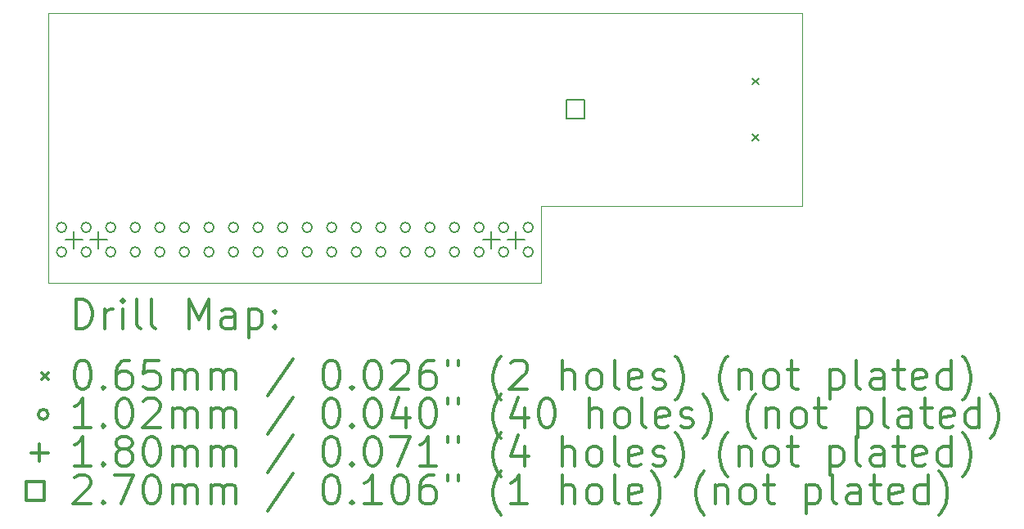
<source format=gbr>
%FSLAX45Y45*%
G04 Gerber Fmt 4.5, Leading zero omitted, Abs format (unit mm)*
G04 Created by KiCad (PCBNEW (5.1.5)-3) date 2021-11-13 16:06:57*
%MOMM*%
%LPD*%
G04 APERTURE LIST*
%TA.AperFunction,Profile*%
%ADD10C,0.050000*%
%TD*%
%ADD11C,0.200000*%
%ADD12C,0.300000*%
G04 APERTURE END LIST*
D10*
X5100000Y0D02*
X5100000Y100000D01*
X0Y0D02*
X5100000Y0D01*
X0Y100000D02*
X0Y0D01*
X0Y2800000D02*
X0Y100000D01*
X7800000Y2800000D02*
X0Y2800000D01*
X7800000Y800000D02*
X7800000Y2800000D01*
X5100000Y800000D02*
X7800000Y800000D01*
X5100000Y100000D02*
X5100000Y800000D01*
D11*
X7282500Y2121500D02*
X7347500Y2056500D01*
X7347500Y2121500D02*
X7282500Y2056500D01*
X7282500Y1543500D02*
X7347500Y1478500D01*
X7347500Y1543500D02*
X7282500Y1478500D01*
X188000Y577000D02*
G75*
G03X188000Y577000I-51000J0D01*
G01*
X188000Y323000D02*
G75*
G03X188000Y323000I-51000J0D01*
G01*
X442000Y577000D02*
G75*
G03X442000Y577000I-51000J0D01*
G01*
X442000Y323000D02*
G75*
G03X442000Y323000I-51000J0D01*
G01*
X696000Y577000D02*
G75*
G03X696000Y577000I-51000J0D01*
G01*
X696000Y323000D02*
G75*
G03X696000Y323000I-51000J0D01*
G01*
X950000Y577000D02*
G75*
G03X950000Y577000I-51000J0D01*
G01*
X950000Y323000D02*
G75*
G03X950000Y323000I-51000J0D01*
G01*
X1204000Y577000D02*
G75*
G03X1204000Y577000I-51000J0D01*
G01*
X1204000Y323000D02*
G75*
G03X1204000Y323000I-51000J0D01*
G01*
X1458000Y577000D02*
G75*
G03X1458000Y577000I-51000J0D01*
G01*
X1458000Y323000D02*
G75*
G03X1458000Y323000I-51000J0D01*
G01*
X1712000Y577000D02*
G75*
G03X1712000Y577000I-51000J0D01*
G01*
X1712000Y323000D02*
G75*
G03X1712000Y323000I-51000J0D01*
G01*
X1966000Y577000D02*
G75*
G03X1966000Y577000I-51000J0D01*
G01*
X1966000Y323000D02*
G75*
G03X1966000Y323000I-51000J0D01*
G01*
X2220000Y577000D02*
G75*
G03X2220000Y577000I-51000J0D01*
G01*
X2220000Y323000D02*
G75*
G03X2220000Y323000I-51000J0D01*
G01*
X2474000Y577000D02*
G75*
G03X2474000Y577000I-51000J0D01*
G01*
X2474000Y323000D02*
G75*
G03X2474000Y323000I-51000J0D01*
G01*
X2728000Y577000D02*
G75*
G03X2728000Y577000I-51000J0D01*
G01*
X2728000Y323000D02*
G75*
G03X2728000Y323000I-51000J0D01*
G01*
X2982000Y577000D02*
G75*
G03X2982000Y577000I-51000J0D01*
G01*
X2982000Y323000D02*
G75*
G03X2982000Y323000I-51000J0D01*
G01*
X3236000Y577000D02*
G75*
G03X3236000Y577000I-51000J0D01*
G01*
X3236000Y323000D02*
G75*
G03X3236000Y323000I-51000J0D01*
G01*
X3490000Y577000D02*
G75*
G03X3490000Y577000I-51000J0D01*
G01*
X3490000Y323000D02*
G75*
G03X3490000Y323000I-51000J0D01*
G01*
X3744000Y577000D02*
G75*
G03X3744000Y577000I-51000J0D01*
G01*
X3744000Y323000D02*
G75*
G03X3744000Y323000I-51000J0D01*
G01*
X3998000Y577000D02*
G75*
G03X3998000Y577000I-51000J0D01*
G01*
X3998000Y323000D02*
G75*
G03X3998000Y323000I-51000J0D01*
G01*
X4252000Y577000D02*
G75*
G03X4252000Y577000I-51000J0D01*
G01*
X4252000Y323000D02*
G75*
G03X4252000Y323000I-51000J0D01*
G01*
X4506000Y577000D02*
G75*
G03X4506000Y577000I-51000J0D01*
G01*
X4506000Y323000D02*
G75*
G03X4506000Y323000I-51000J0D01*
G01*
X4760000Y577000D02*
G75*
G03X4760000Y577000I-51000J0D01*
G01*
X4760000Y323000D02*
G75*
G03X4760000Y323000I-51000J0D01*
G01*
X5014000Y577000D02*
G75*
G03X5014000Y577000I-51000J0D01*
G01*
X5014000Y323000D02*
G75*
G03X5014000Y323000I-51000J0D01*
G01*
X264000Y540000D02*
X264000Y360000D01*
X174000Y450000D02*
X354000Y450000D01*
X4836000Y540000D02*
X4836000Y360000D01*
X4746000Y450000D02*
X4926000Y450000D01*
X4582000Y540000D02*
X4582000Y360000D01*
X4492000Y450000D02*
X4672000Y450000D01*
X518000Y540000D02*
X518000Y360000D01*
X428000Y450000D02*
X608000Y450000D01*
X5545460Y1704540D02*
X5545460Y1895460D01*
X5354540Y1895460D01*
X5354540Y1704540D01*
X5545460Y1704540D01*
D12*
X283928Y-468214D02*
X283928Y-168214D01*
X355357Y-168214D01*
X398214Y-182500D01*
X426786Y-211071D01*
X441071Y-239643D01*
X455357Y-296786D01*
X455357Y-339643D01*
X441071Y-396786D01*
X426786Y-425357D01*
X398214Y-453929D01*
X355357Y-468214D01*
X283928Y-468214D01*
X583928Y-468214D02*
X583928Y-268214D01*
X583928Y-325357D02*
X598214Y-296786D01*
X612500Y-282500D01*
X641071Y-268214D01*
X669643Y-268214D01*
X769643Y-468214D02*
X769643Y-268214D01*
X769643Y-168214D02*
X755357Y-182500D01*
X769643Y-196786D01*
X783928Y-182500D01*
X769643Y-168214D01*
X769643Y-196786D01*
X955357Y-468214D02*
X926786Y-453929D01*
X912500Y-425357D01*
X912500Y-168214D01*
X1112500Y-468214D02*
X1083928Y-453929D01*
X1069643Y-425357D01*
X1069643Y-168214D01*
X1455357Y-468214D02*
X1455357Y-168214D01*
X1555357Y-382500D01*
X1655357Y-168214D01*
X1655357Y-468214D01*
X1926786Y-468214D02*
X1926786Y-311072D01*
X1912500Y-282500D01*
X1883928Y-268214D01*
X1826786Y-268214D01*
X1798214Y-282500D01*
X1926786Y-453929D02*
X1898214Y-468214D01*
X1826786Y-468214D01*
X1798214Y-453929D01*
X1783928Y-425357D01*
X1783928Y-396786D01*
X1798214Y-368214D01*
X1826786Y-353929D01*
X1898214Y-353929D01*
X1926786Y-339643D01*
X2069643Y-268214D02*
X2069643Y-568214D01*
X2069643Y-282500D02*
X2098214Y-268214D01*
X2155357Y-268214D01*
X2183928Y-282500D01*
X2198214Y-296786D01*
X2212500Y-325357D01*
X2212500Y-411071D01*
X2198214Y-439643D01*
X2183928Y-453929D01*
X2155357Y-468214D01*
X2098214Y-468214D01*
X2069643Y-453929D01*
X2341071Y-439643D02*
X2355357Y-453929D01*
X2341071Y-468214D01*
X2326786Y-453929D01*
X2341071Y-439643D01*
X2341071Y-468214D01*
X2341071Y-282500D02*
X2355357Y-296786D01*
X2341071Y-311072D01*
X2326786Y-296786D01*
X2341071Y-282500D01*
X2341071Y-311072D01*
X-67500Y-930000D02*
X-2500Y-995000D01*
X-2500Y-930000D02*
X-67500Y-995000D01*
X341071Y-798214D02*
X369643Y-798214D01*
X398214Y-812500D01*
X412500Y-826786D01*
X426786Y-855357D01*
X441071Y-912500D01*
X441071Y-983929D01*
X426786Y-1041071D01*
X412500Y-1069643D01*
X398214Y-1083929D01*
X369643Y-1098214D01*
X341071Y-1098214D01*
X312500Y-1083929D01*
X298214Y-1069643D01*
X283928Y-1041071D01*
X269643Y-983929D01*
X269643Y-912500D01*
X283928Y-855357D01*
X298214Y-826786D01*
X312500Y-812500D01*
X341071Y-798214D01*
X569643Y-1069643D02*
X583928Y-1083929D01*
X569643Y-1098214D01*
X555357Y-1083929D01*
X569643Y-1069643D01*
X569643Y-1098214D01*
X841071Y-798214D02*
X783928Y-798214D01*
X755357Y-812500D01*
X741071Y-826786D01*
X712500Y-869643D01*
X698214Y-926786D01*
X698214Y-1041071D01*
X712500Y-1069643D01*
X726786Y-1083929D01*
X755357Y-1098214D01*
X812500Y-1098214D01*
X841071Y-1083929D01*
X855357Y-1069643D01*
X869643Y-1041071D01*
X869643Y-969643D01*
X855357Y-941071D01*
X841071Y-926786D01*
X812500Y-912500D01*
X755357Y-912500D01*
X726786Y-926786D01*
X712500Y-941071D01*
X698214Y-969643D01*
X1141071Y-798214D02*
X998214Y-798214D01*
X983928Y-941071D01*
X998214Y-926786D01*
X1026786Y-912500D01*
X1098214Y-912500D01*
X1126786Y-926786D01*
X1141071Y-941071D01*
X1155357Y-969643D01*
X1155357Y-1041071D01*
X1141071Y-1069643D01*
X1126786Y-1083929D01*
X1098214Y-1098214D01*
X1026786Y-1098214D01*
X998214Y-1083929D01*
X983928Y-1069643D01*
X1283928Y-1098214D02*
X1283928Y-898214D01*
X1283928Y-926786D02*
X1298214Y-912500D01*
X1326786Y-898214D01*
X1369643Y-898214D01*
X1398214Y-912500D01*
X1412500Y-941071D01*
X1412500Y-1098214D01*
X1412500Y-941071D02*
X1426786Y-912500D01*
X1455357Y-898214D01*
X1498214Y-898214D01*
X1526786Y-912500D01*
X1541071Y-941071D01*
X1541071Y-1098214D01*
X1683928Y-1098214D02*
X1683928Y-898214D01*
X1683928Y-926786D02*
X1698214Y-912500D01*
X1726786Y-898214D01*
X1769643Y-898214D01*
X1798214Y-912500D01*
X1812500Y-941071D01*
X1812500Y-1098214D01*
X1812500Y-941071D02*
X1826786Y-912500D01*
X1855357Y-898214D01*
X1898214Y-898214D01*
X1926786Y-912500D01*
X1941071Y-941071D01*
X1941071Y-1098214D01*
X2526786Y-783929D02*
X2269643Y-1169643D01*
X2912500Y-798214D02*
X2941071Y-798214D01*
X2969643Y-812500D01*
X2983928Y-826786D01*
X2998214Y-855357D01*
X3012500Y-912500D01*
X3012500Y-983929D01*
X2998214Y-1041071D01*
X2983928Y-1069643D01*
X2969643Y-1083929D01*
X2941071Y-1098214D01*
X2912500Y-1098214D01*
X2883928Y-1083929D01*
X2869643Y-1069643D01*
X2855357Y-1041071D01*
X2841071Y-983929D01*
X2841071Y-912500D01*
X2855357Y-855357D01*
X2869643Y-826786D01*
X2883928Y-812500D01*
X2912500Y-798214D01*
X3141071Y-1069643D02*
X3155357Y-1083929D01*
X3141071Y-1098214D01*
X3126786Y-1083929D01*
X3141071Y-1069643D01*
X3141071Y-1098214D01*
X3341071Y-798214D02*
X3369643Y-798214D01*
X3398214Y-812500D01*
X3412500Y-826786D01*
X3426786Y-855357D01*
X3441071Y-912500D01*
X3441071Y-983929D01*
X3426786Y-1041071D01*
X3412500Y-1069643D01*
X3398214Y-1083929D01*
X3369643Y-1098214D01*
X3341071Y-1098214D01*
X3312500Y-1083929D01*
X3298214Y-1069643D01*
X3283928Y-1041071D01*
X3269643Y-983929D01*
X3269643Y-912500D01*
X3283928Y-855357D01*
X3298214Y-826786D01*
X3312500Y-812500D01*
X3341071Y-798214D01*
X3555357Y-826786D02*
X3569643Y-812500D01*
X3598214Y-798214D01*
X3669643Y-798214D01*
X3698214Y-812500D01*
X3712500Y-826786D01*
X3726786Y-855357D01*
X3726786Y-883929D01*
X3712500Y-926786D01*
X3541071Y-1098214D01*
X3726786Y-1098214D01*
X3983928Y-798214D02*
X3926786Y-798214D01*
X3898214Y-812500D01*
X3883928Y-826786D01*
X3855357Y-869643D01*
X3841071Y-926786D01*
X3841071Y-1041071D01*
X3855357Y-1069643D01*
X3869643Y-1083929D01*
X3898214Y-1098214D01*
X3955357Y-1098214D01*
X3983928Y-1083929D01*
X3998214Y-1069643D01*
X4012500Y-1041071D01*
X4012500Y-969643D01*
X3998214Y-941071D01*
X3983928Y-926786D01*
X3955357Y-912500D01*
X3898214Y-912500D01*
X3869643Y-926786D01*
X3855357Y-941071D01*
X3841071Y-969643D01*
X4126786Y-798214D02*
X4126786Y-855357D01*
X4241071Y-798214D02*
X4241071Y-855357D01*
X4683928Y-1212500D02*
X4669643Y-1198214D01*
X4641071Y-1155357D01*
X4626786Y-1126786D01*
X4612500Y-1083929D01*
X4598214Y-1012500D01*
X4598214Y-955357D01*
X4612500Y-883929D01*
X4626786Y-841071D01*
X4641071Y-812500D01*
X4669643Y-769643D01*
X4683928Y-755357D01*
X4783928Y-826786D02*
X4798214Y-812500D01*
X4826786Y-798214D01*
X4898214Y-798214D01*
X4926786Y-812500D01*
X4941071Y-826786D01*
X4955357Y-855357D01*
X4955357Y-883929D01*
X4941071Y-926786D01*
X4769643Y-1098214D01*
X4955357Y-1098214D01*
X5312500Y-1098214D02*
X5312500Y-798214D01*
X5441071Y-1098214D02*
X5441071Y-941071D01*
X5426786Y-912500D01*
X5398214Y-898214D01*
X5355357Y-898214D01*
X5326786Y-912500D01*
X5312500Y-926786D01*
X5626786Y-1098214D02*
X5598214Y-1083929D01*
X5583928Y-1069643D01*
X5569643Y-1041071D01*
X5569643Y-955357D01*
X5583928Y-926786D01*
X5598214Y-912500D01*
X5626786Y-898214D01*
X5669643Y-898214D01*
X5698214Y-912500D01*
X5712500Y-926786D01*
X5726786Y-955357D01*
X5726786Y-1041071D01*
X5712500Y-1069643D01*
X5698214Y-1083929D01*
X5669643Y-1098214D01*
X5626786Y-1098214D01*
X5898214Y-1098214D02*
X5869643Y-1083929D01*
X5855357Y-1055357D01*
X5855357Y-798214D01*
X6126786Y-1083929D02*
X6098214Y-1098214D01*
X6041071Y-1098214D01*
X6012500Y-1083929D01*
X5998214Y-1055357D01*
X5998214Y-941071D01*
X6012500Y-912500D01*
X6041071Y-898214D01*
X6098214Y-898214D01*
X6126786Y-912500D01*
X6141071Y-941071D01*
X6141071Y-969643D01*
X5998214Y-998214D01*
X6255357Y-1083929D02*
X6283928Y-1098214D01*
X6341071Y-1098214D01*
X6369643Y-1083929D01*
X6383928Y-1055357D01*
X6383928Y-1041071D01*
X6369643Y-1012500D01*
X6341071Y-998214D01*
X6298214Y-998214D01*
X6269643Y-983929D01*
X6255357Y-955357D01*
X6255357Y-941071D01*
X6269643Y-912500D01*
X6298214Y-898214D01*
X6341071Y-898214D01*
X6369643Y-912500D01*
X6483928Y-1212500D02*
X6498214Y-1198214D01*
X6526786Y-1155357D01*
X6541071Y-1126786D01*
X6555357Y-1083929D01*
X6569643Y-1012500D01*
X6569643Y-955357D01*
X6555357Y-883929D01*
X6541071Y-841071D01*
X6526786Y-812500D01*
X6498214Y-769643D01*
X6483928Y-755357D01*
X7026786Y-1212500D02*
X7012500Y-1198214D01*
X6983928Y-1155357D01*
X6969643Y-1126786D01*
X6955357Y-1083929D01*
X6941071Y-1012500D01*
X6941071Y-955357D01*
X6955357Y-883929D01*
X6969643Y-841071D01*
X6983928Y-812500D01*
X7012500Y-769643D01*
X7026786Y-755357D01*
X7141071Y-898214D02*
X7141071Y-1098214D01*
X7141071Y-926786D02*
X7155357Y-912500D01*
X7183928Y-898214D01*
X7226786Y-898214D01*
X7255357Y-912500D01*
X7269643Y-941071D01*
X7269643Y-1098214D01*
X7455357Y-1098214D02*
X7426786Y-1083929D01*
X7412500Y-1069643D01*
X7398214Y-1041071D01*
X7398214Y-955357D01*
X7412500Y-926786D01*
X7426786Y-912500D01*
X7455357Y-898214D01*
X7498214Y-898214D01*
X7526786Y-912500D01*
X7541071Y-926786D01*
X7555357Y-955357D01*
X7555357Y-1041071D01*
X7541071Y-1069643D01*
X7526786Y-1083929D01*
X7498214Y-1098214D01*
X7455357Y-1098214D01*
X7641071Y-898214D02*
X7755357Y-898214D01*
X7683928Y-798214D02*
X7683928Y-1055357D01*
X7698214Y-1083929D01*
X7726786Y-1098214D01*
X7755357Y-1098214D01*
X8083928Y-898214D02*
X8083928Y-1198214D01*
X8083928Y-912500D02*
X8112500Y-898214D01*
X8169643Y-898214D01*
X8198214Y-912500D01*
X8212500Y-926786D01*
X8226786Y-955357D01*
X8226786Y-1041071D01*
X8212500Y-1069643D01*
X8198214Y-1083929D01*
X8169643Y-1098214D01*
X8112500Y-1098214D01*
X8083928Y-1083929D01*
X8398214Y-1098214D02*
X8369643Y-1083929D01*
X8355357Y-1055357D01*
X8355357Y-798214D01*
X8641071Y-1098214D02*
X8641071Y-941071D01*
X8626786Y-912500D01*
X8598214Y-898214D01*
X8541071Y-898214D01*
X8512500Y-912500D01*
X8641071Y-1083929D02*
X8612500Y-1098214D01*
X8541071Y-1098214D01*
X8512500Y-1083929D01*
X8498214Y-1055357D01*
X8498214Y-1026786D01*
X8512500Y-998214D01*
X8541071Y-983929D01*
X8612500Y-983929D01*
X8641071Y-969643D01*
X8741071Y-898214D02*
X8855357Y-898214D01*
X8783928Y-798214D02*
X8783928Y-1055357D01*
X8798214Y-1083929D01*
X8826786Y-1098214D01*
X8855357Y-1098214D01*
X9069643Y-1083929D02*
X9041071Y-1098214D01*
X8983928Y-1098214D01*
X8955357Y-1083929D01*
X8941071Y-1055357D01*
X8941071Y-941071D01*
X8955357Y-912500D01*
X8983928Y-898214D01*
X9041071Y-898214D01*
X9069643Y-912500D01*
X9083928Y-941071D01*
X9083928Y-969643D01*
X8941071Y-998214D01*
X9341071Y-1098214D02*
X9341071Y-798214D01*
X9341071Y-1083929D02*
X9312500Y-1098214D01*
X9255357Y-1098214D01*
X9226786Y-1083929D01*
X9212500Y-1069643D01*
X9198214Y-1041071D01*
X9198214Y-955357D01*
X9212500Y-926786D01*
X9226786Y-912500D01*
X9255357Y-898214D01*
X9312500Y-898214D01*
X9341071Y-912500D01*
X9455357Y-1212500D02*
X9469643Y-1198214D01*
X9498214Y-1155357D01*
X9512500Y-1126786D01*
X9526786Y-1083929D01*
X9541071Y-1012500D01*
X9541071Y-955357D01*
X9526786Y-883929D01*
X9512500Y-841071D01*
X9498214Y-812500D01*
X9469643Y-769643D01*
X9455357Y-755357D01*
X-2500Y-1358500D02*
G75*
G03X-2500Y-1358500I-51000J0D01*
G01*
X441071Y-1494214D02*
X269643Y-1494214D01*
X355357Y-1494214D02*
X355357Y-1194214D01*
X326786Y-1237072D01*
X298214Y-1265643D01*
X269643Y-1279929D01*
X569643Y-1465643D02*
X583928Y-1479929D01*
X569643Y-1494214D01*
X555357Y-1479929D01*
X569643Y-1465643D01*
X569643Y-1494214D01*
X769643Y-1194214D02*
X798214Y-1194214D01*
X826786Y-1208500D01*
X841071Y-1222786D01*
X855357Y-1251357D01*
X869643Y-1308500D01*
X869643Y-1379929D01*
X855357Y-1437071D01*
X841071Y-1465643D01*
X826786Y-1479929D01*
X798214Y-1494214D01*
X769643Y-1494214D01*
X741071Y-1479929D01*
X726786Y-1465643D01*
X712500Y-1437071D01*
X698214Y-1379929D01*
X698214Y-1308500D01*
X712500Y-1251357D01*
X726786Y-1222786D01*
X741071Y-1208500D01*
X769643Y-1194214D01*
X983928Y-1222786D02*
X998214Y-1208500D01*
X1026786Y-1194214D01*
X1098214Y-1194214D01*
X1126786Y-1208500D01*
X1141071Y-1222786D01*
X1155357Y-1251357D01*
X1155357Y-1279929D01*
X1141071Y-1322786D01*
X969643Y-1494214D01*
X1155357Y-1494214D01*
X1283928Y-1494214D02*
X1283928Y-1294214D01*
X1283928Y-1322786D02*
X1298214Y-1308500D01*
X1326786Y-1294214D01*
X1369643Y-1294214D01*
X1398214Y-1308500D01*
X1412500Y-1337072D01*
X1412500Y-1494214D01*
X1412500Y-1337072D02*
X1426786Y-1308500D01*
X1455357Y-1294214D01*
X1498214Y-1294214D01*
X1526786Y-1308500D01*
X1541071Y-1337072D01*
X1541071Y-1494214D01*
X1683928Y-1494214D02*
X1683928Y-1294214D01*
X1683928Y-1322786D02*
X1698214Y-1308500D01*
X1726786Y-1294214D01*
X1769643Y-1294214D01*
X1798214Y-1308500D01*
X1812500Y-1337072D01*
X1812500Y-1494214D01*
X1812500Y-1337072D02*
X1826786Y-1308500D01*
X1855357Y-1294214D01*
X1898214Y-1294214D01*
X1926786Y-1308500D01*
X1941071Y-1337072D01*
X1941071Y-1494214D01*
X2526786Y-1179929D02*
X2269643Y-1565643D01*
X2912500Y-1194214D02*
X2941071Y-1194214D01*
X2969643Y-1208500D01*
X2983928Y-1222786D01*
X2998214Y-1251357D01*
X3012500Y-1308500D01*
X3012500Y-1379929D01*
X2998214Y-1437071D01*
X2983928Y-1465643D01*
X2969643Y-1479929D01*
X2941071Y-1494214D01*
X2912500Y-1494214D01*
X2883928Y-1479929D01*
X2869643Y-1465643D01*
X2855357Y-1437071D01*
X2841071Y-1379929D01*
X2841071Y-1308500D01*
X2855357Y-1251357D01*
X2869643Y-1222786D01*
X2883928Y-1208500D01*
X2912500Y-1194214D01*
X3141071Y-1465643D02*
X3155357Y-1479929D01*
X3141071Y-1494214D01*
X3126786Y-1479929D01*
X3141071Y-1465643D01*
X3141071Y-1494214D01*
X3341071Y-1194214D02*
X3369643Y-1194214D01*
X3398214Y-1208500D01*
X3412500Y-1222786D01*
X3426786Y-1251357D01*
X3441071Y-1308500D01*
X3441071Y-1379929D01*
X3426786Y-1437071D01*
X3412500Y-1465643D01*
X3398214Y-1479929D01*
X3369643Y-1494214D01*
X3341071Y-1494214D01*
X3312500Y-1479929D01*
X3298214Y-1465643D01*
X3283928Y-1437071D01*
X3269643Y-1379929D01*
X3269643Y-1308500D01*
X3283928Y-1251357D01*
X3298214Y-1222786D01*
X3312500Y-1208500D01*
X3341071Y-1194214D01*
X3698214Y-1294214D02*
X3698214Y-1494214D01*
X3626786Y-1179929D02*
X3555357Y-1394214D01*
X3741071Y-1394214D01*
X3912500Y-1194214D02*
X3941071Y-1194214D01*
X3969643Y-1208500D01*
X3983928Y-1222786D01*
X3998214Y-1251357D01*
X4012500Y-1308500D01*
X4012500Y-1379929D01*
X3998214Y-1437071D01*
X3983928Y-1465643D01*
X3969643Y-1479929D01*
X3941071Y-1494214D01*
X3912500Y-1494214D01*
X3883928Y-1479929D01*
X3869643Y-1465643D01*
X3855357Y-1437071D01*
X3841071Y-1379929D01*
X3841071Y-1308500D01*
X3855357Y-1251357D01*
X3869643Y-1222786D01*
X3883928Y-1208500D01*
X3912500Y-1194214D01*
X4126786Y-1194214D02*
X4126786Y-1251357D01*
X4241071Y-1194214D02*
X4241071Y-1251357D01*
X4683928Y-1608500D02*
X4669643Y-1594214D01*
X4641071Y-1551357D01*
X4626786Y-1522786D01*
X4612500Y-1479929D01*
X4598214Y-1408500D01*
X4598214Y-1351357D01*
X4612500Y-1279929D01*
X4626786Y-1237072D01*
X4641071Y-1208500D01*
X4669643Y-1165643D01*
X4683928Y-1151357D01*
X4926786Y-1294214D02*
X4926786Y-1494214D01*
X4855357Y-1179929D02*
X4783928Y-1394214D01*
X4969643Y-1394214D01*
X5141071Y-1194214D02*
X5169643Y-1194214D01*
X5198214Y-1208500D01*
X5212500Y-1222786D01*
X5226786Y-1251357D01*
X5241071Y-1308500D01*
X5241071Y-1379929D01*
X5226786Y-1437071D01*
X5212500Y-1465643D01*
X5198214Y-1479929D01*
X5169643Y-1494214D01*
X5141071Y-1494214D01*
X5112500Y-1479929D01*
X5098214Y-1465643D01*
X5083928Y-1437071D01*
X5069643Y-1379929D01*
X5069643Y-1308500D01*
X5083928Y-1251357D01*
X5098214Y-1222786D01*
X5112500Y-1208500D01*
X5141071Y-1194214D01*
X5598214Y-1494214D02*
X5598214Y-1194214D01*
X5726786Y-1494214D02*
X5726786Y-1337072D01*
X5712500Y-1308500D01*
X5683928Y-1294214D01*
X5641071Y-1294214D01*
X5612500Y-1308500D01*
X5598214Y-1322786D01*
X5912500Y-1494214D02*
X5883928Y-1479929D01*
X5869643Y-1465643D01*
X5855357Y-1437071D01*
X5855357Y-1351357D01*
X5869643Y-1322786D01*
X5883928Y-1308500D01*
X5912500Y-1294214D01*
X5955357Y-1294214D01*
X5983928Y-1308500D01*
X5998214Y-1322786D01*
X6012500Y-1351357D01*
X6012500Y-1437071D01*
X5998214Y-1465643D01*
X5983928Y-1479929D01*
X5955357Y-1494214D01*
X5912500Y-1494214D01*
X6183928Y-1494214D02*
X6155357Y-1479929D01*
X6141071Y-1451357D01*
X6141071Y-1194214D01*
X6412500Y-1479929D02*
X6383928Y-1494214D01*
X6326786Y-1494214D01*
X6298214Y-1479929D01*
X6283928Y-1451357D01*
X6283928Y-1337072D01*
X6298214Y-1308500D01*
X6326786Y-1294214D01*
X6383928Y-1294214D01*
X6412500Y-1308500D01*
X6426786Y-1337072D01*
X6426786Y-1365643D01*
X6283928Y-1394214D01*
X6541071Y-1479929D02*
X6569643Y-1494214D01*
X6626786Y-1494214D01*
X6655357Y-1479929D01*
X6669643Y-1451357D01*
X6669643Y-1437071D01*
X6655357Y-1408500D01*
X6626786Y-1394214D01*
X6583928Y-1394214D01*
X6555357Y-1379929D01*
X6541071Y-1351357D01*
X6541071Y-1337072D01*
X6555357Y-1308500D01*
X6583928Y-1294214D01*
X6626786Y-1294214D01*
X6655357Y-1308500D01*
X6769643Y-1608500D02*
X6783928Y-1594214D01*
X6812500Y-1551357D01*
X6826786Y-1522786D01*
X6841071Y-1479929D01*
X6855357Y-1408500D01*
X6855357Y-1351357D01*
X6841071Y-1279929D01*
X6826786Y-1237072D01*
X6812500Y-1208500D01*
X6783928Y-1165643D01*
X6769643Y-1151357D01*
X7312500Y-1608500D02*
X7298214Y-1594214D01*
X7269643Y-1551357D01*
X7255357Y-1522786D01*
X7241071Y-1479929D01*
X7226786Y-1408500D01*
X7226786Y-1351357D01*
X7241071Y-1279929D01*
X7255357Y-1237072D01*
X7269643Y-1208500D01*
X7298214Y-1165643D01*
X7312500Y-1151357D01*
X7426786Y-1294214D02*
X7426786Y-1494214D01*
X7426786Y-1322786D02*
X7441071Y-1308500D01*
X7469643Y-1294214D01*
X7512500Y-1294214D01*
X7541071Y-1308500D01*
X7555357Y-1337072D01*
X7555357Y-1494214D01*
X7741071Y-1494214D02*
X7712500Y-1479929D01*
X7698214Y-1465643D01*
X7683928Y-1437071D01*
X7683928Y-1351357D01*
X7698214Y-1322786D01*
X7712500Y-1308500D01*
X7741071Y-1294214D01*
X7783928Y-1294214D01*
X7812500Y-1308500D01*
X7826786Y-1322786D01*
X7841071Y-1351357D01*
X7841071Y-1437071D01*
X7826786Y-1465643D01*
X7812500Y-1479929D01*
X7783928Y-1494214D01*
X7741071Y-1494214D01*
X7926786Y-1294214D02*
X8041071Y-1294214D01*
X7969643Y-1194214D02*
X7969643Y-1451357D01*
X7983928Y-1479929D01*
X8012500Y-1494214D01*
X8041071Y-1494214D01*
X8369643Y-1294214D02*
X8369643Y-1594214D01*
X8369643Y-1308500D02*
X8398214Y-1294214D01*
X8455357Y-1294214D01*
X8483928Y-1308500D01*
X8498214Y-1322786D01*
X8512500Y-1351357D01*
X8512500Y-1437071D01*
X8498214Y-1465643D01*
X8483928Y-1479929D01*
X8455357Y-1494214D01*
X8398214Y-1494214D01*
X8369643Y-1479929D01*
X8683928Y-1494214D02*
X8655357Y-1479929D01*
X8641071Y-1451357D01*
X8641071Y-1194214D01*
X8926786Y-1494214D02*
X8926786Y-1337072D01*
X8912500Y-1308500D01*
X8883928Y-1294214D01*
X8826786Y-1294214D01*
X8798214Y-1308500D01*
X8926786Y-1479929D02*
X8898214Y-1494214D01*
X8826786Y-1494214D01*
X8798214Y-1479929D01*
X8783928Y-1451357D01*
X8783928Y-1422786D01*
X8798214Y-1394214D01*
X8826786Y-1379929D01*
X8898214Y-1379929D01*
X8926786Y-1365643D01*
X9026786Y-1294214D02*
X9141071Y-1294214D01*
X9069643Y-1194214D02*
X9069643Y-1451357D01*
X9083928Y-1479929D01*
X9112500Y-1494214D01*
X9141071Y-1494214D01*
X9355357Y-1479929D02*
X9326786Y-1494214D01*
X9269643Y-1494214D01*
X9241071Y-1479929D01*
X9226786Y-1451357D01*
X9226786Y-1337072D01*
X9241071Y-1308500D01*
X9269643Y-1294214D01*
X9326786Y-1294214D01*
X9355357Y-1308500D01*
X9369643Y-1337072D01*
X9369643Y-1365643D01*
X9226786Y-1394214D01*
X9626786Y-1494214D02*
X9626786Y-1194214D01*
X9626786Y-1479929D02*
X9598214Y-1494214D01*
X9541071Y-1494214D01*
X9512500Y-1479929D01*
X9498214Y-1465643D01*
X9483928Y-1437071D01*
X9483928Y-1351357D01*
X9498214Y-1322786D01*
X9512500Y-1308500D01*
X9541071Y-1294214D01*
X9598214Y-1294214D01*
X9626786Y-1308500D01*
X9741071Y-1608500D02*
X9755357Y-1594214D01*
X9783928Y-1551357D01*
X9798214Y-1522786D01*
X9812500Y-1479929D01*
X9826786Y-1408500D01*
X9826786Y-1351357D01*
X9812500Y-1279929D01*
X9798214Y-1237072D01*
X9783928Y-1208500D01*
X9755357Y-1165643D01*
X9741071Y-1151357D01*
X-92500Y-1664500D02*
X-92500Y-1844500D01*
X-182500Y-1754500D02*
X-2500Y-1754500D01*
X441071Y-1890214D02*
X269643Y-1890214D01*
X355357Y-1890214D02*
X355357Y-1590214D01*
X326786Y-1633071D01*
X298214Y-1661643D01*
X269643Y-1675929D01*
X569643Y-1861643D02*
X583928Y-1875929D01*
X569643Y-1890214D01*
X555357Y-1875929D01*
X569643Y-1861643D01*
X569643Y-1890214D01*
X755357Y-1718786D02*
X726786Y-1704500D01*
X712500Y-1690214D01*
X698214Y-1661643D01*
X698214Y-1647357D01*
X712500Y-1618786D01*
X726786Y-1604500D01*
X755357Y-1590214D01*
X812500Y-1590214D01*
X841071Y-1604500D01*
X855357Y-1618786D01*
X869643Y-1647357D01*
X869643Y-1661643D01*
X855357Y-1690214D01*
X841071Y-1704500D01*
X812500Y-1718786D01*
X755357Y-1718786D01*
X726786Y-1733071D01*
X712500Y-1747357D01*
X698214Y-1775929D01*
X698214Y-1833071D01*
X712500Y-1861643D01*
X726786Y-1875929D01*
X755357Y-1890214D01*
X812500Y-1890214D01*
X841071Y-1875929D01*
X855357Y-1861643D01*
X869643Y-1833071D01*
X869643Y-1775929D01*
X855357Y-1747357D01*
X841071Y-1733071D01*
X812500Y-1718786D01*
X1055357Y-1590214D02*
X1083928Y-1590214D01*
X1112500Y-1604500D01*
X1126786Y-1618786D01*
X1141071Y-1647357D01*
X1155357Y-1704500D01*
X1155357Y-1775929D01*
X1141071Y-1833071D01*
X1126786Y-1861643D01*
X1112500Y-1875929D01*
X1083928Y-1890214D01*
X1055357Y-1890214D01*
X1026786Y-1875929D01*
X1012500Y-1861643D01*
X998214Y-1833071D01*
X983928Y-1775929D01*
X983928Y-1704500D01*
X998214Y-1647357D01*
X1012500Y-1618786D01*
X1026786Y-1604500D01*
X1055357Y-1590214D01*
X1283928Y-1890214D02*
X1283928Y-1690214D01*
X1283928Y-1718786D02*
X1298214Y-1704500D01*
X1326786Y-1690214D01*
X1369643Y-1690214D01*
X1398214Y-1704500D01*
X1412500Y-1733071D01*
X1412500Y-1890214D01*
X1412500Y-1733071D02*
X1426786Y-1704500D01*
X1455357Y-1690214D01*
X1498214Y-1690214D01*
X1526786Y-1704500D01*
X1541071Y-1733071D01*
X1541071Y-1890214D01*
X1683928Y-1890214D02*
X1683928Y-1690214D01*
X1683928Y-1718786D02*
X1698214Y-1704500D01*
X1726786Y-1690214D01*
X1769643Y-1690214D01*
X1798214Y-1704500D01*
X1812500Y-1733071D01*
X1812500Y-1890214D01*
X1812500Y-1733071D02*
X1826786Y-1704500D01*
X1855357Y-1690214D01*
X1898214Y-1690214D01*
X1926786Y-1704500D01*
X1941071Y-1733071D01*
X1941071Y-1890214D01*
X2526786Y-1575929D02*
X2269643Y-1961643D01*
X2912500Y-1590214D02*
X2941071Y-1590214D01*
X2969643Y-1604500D01*
X2983928Y-1618786D01*
X2998214Y-1647357D01*
X3012500Y-1704500D01*
X3012500Y-1775929D01*
X2998214Y-1833071D01*
X2983928Y-1861643D01*
X2969643Y-1875929D01*
X2941071Y-1890214D01*
X2912500Y-1890214D01*
X2883928Y-1875929D01*
X2869643Y-1861643D01*
X2855357Y-1833071D01*
X2841071Y-1775929D01*
X2841071Y-1704500D01*
X2855357Y-1647357D01*
X2869643Y-1618786D01*
X2883928Y-1604500D01*
X2912500Y-1590214D01*
X3141071Y-1861643D02*
X3155357Y-1875929D01*
X3141071Y-1890214D01*
X3126786Y-1875929D01*
X3141071Y-1861643D01*
X3141071Y-1890214D01*
X3341071Y-1590214D02*
X3369643Y-1590214D01*
X3398214Y-1604500D01*
X3412500Y-1618786D01*
X3426786Y-1647357D01*
X3441071Y-1704500D01*
X3441071Y-1775929D01*
X3426786Y-1833071D01*
X3412500Y-1861643D01*
X3398214Y-1875929D01*
X3369643Y-1890214D01*
X3341071Y-1890214D01*
X3312500Y-1875929D01*
X3298214Y-1861643D01*
X3283928Y-1833071D01*
X3269643Y-1775929D01*
X3269643Y-1704500D01*
X3283928Y-1647357D01*
X3298214Y-1618786D01*
X3312500Y-1604500D01*
X3341071Y-1590214D01*
X3541071Y-1590214D02*
X3741071Y-1590214D01*
X3612500Y-1890214D01*
X4012500Y-1890214D02*
X3841071Y-1890214D01*
X3926786Y-1890214D02*
X3926786Y-1590214D01*
X3898214Y-1633071D01*
X3869643Y-1661643D01*
X3841071Y-1675929D01*
X4126786Y-1590214D02*
X4126786Y-1647357D01*
X4241071Y-1590214D02*
X4241071Y-1647357D01*
X4683928Y-2004500D02*
X4669643Y-1990214D01*
X4641071Y-1947357D01*
X4626786Y-1918786D01*
X4612500Y-1875929D01*
X4598214Y-1804500D01*
X4598214Y-1747357D01*
X4612500Y-1675929D01*
X4626786Y-1633071D01*
X4641071Y-1604500D01*
X4669643Y-1561643D01*
X4683928Y-1547357D01*
X4926786Y-1690214D02*
X4926786Y-1890214D01*
X4855357Y-1575929D02*
X4783928Y-1790214D01*
X4969643Y-1790214D01*
X5312500Y-1890214D02*
X5312500Y-1590214D01*
X5441071Y-1890214D02*
X5441071Y-1733071D01*
X5426786Y-1704500D01*
X5398214Y-1690214D01*
X5355357Y-1690214D01*
X5326786Y-1704500D01*
X5312500Y-1718786D01*
X5626786Y-1890214D02*
X5598214Y-1875929D01*
X5583928Y-1861643D01*
X5569643Y-1833071D01*
X5569643Y-1747357D01*
X5583928Y-1718786D01*
X5598214Y-1704500D01*
X5626786Y-1690214D01*
X5669643Y-1690214D01*
X5698214Y-1704500D01*
X5712500Y-1718786D01*
X5726786Y-1747357D01*
X5726786Y-1833071D01*
X5712500Y-1861643D01*
X5698214Y-1875929D01*
X5669643Y-1890214D01*
X5626786Y-1890214D01*
X5898214Y-1890214D02*
X5869643Y-1875929D01*
X5855357Y-1847357D01*
X5855357Y-1590214D01*
X6126786Y-1875929D02*
X6098214Y-1890214D01*
X6041071Y-1890214D01*
X6012500Y-1875929D01*
X5998214Y-1847357D01*
X5998214Y-1733071D01*
X6012500Y-1704500D01*
X6041071Y-1690214D01*
X6098214Y-1690214D01*
X6126786Y-1704500D01*
X6141071Y-1733071D01*
X6141071Y-1761643D01*
X5998214Y-1790214D01*
X6255357Y-1875929D02*
X6283928Y-1890214D01*
X6341071Y-1890214D01*
X6369643Y-1875929D01*
X6383928Y-1847357D01*
X6383928Y-1833071D01*
X6369643Y-1804500D01*
X6341071Y-1790214D01*
X6298214Y-1790214D01*
X6269643Y-1775929D01*
X6255357Y-1747357D01*
X6255357Y-1733071D01*
X6269643Y-1704500D01*
X6298214Y-1690214D01*
X6341071Y-1690214D01*
X6369643Y-1704500D01*
X6483928Y-2004500D02*
X6498214Y-1990214D01*
X6526786Y-1947357D01*
X6541071Y-1918786D01*
X6555357Y-1875929D01*
X6569643Y-1804500D01*
X6569643Y-1747357D01*
X6555357Y-1675929D01*
X6541071Y-1633071D01*
X6526786Y-1604500D01*
X6498214Y-1561643D01*
X6483928Y-1547357D01*
X7026786Y-2004500D02*
X7012500Y-1990214D01*
X6983928Y-1947357D01*
X6969643Y-1918786D01*
X6955357Y-1875929D01*
X6941071Y-1804500D01*
X6941071Y-1747357D01*
X6955357Y-1675929D01*
X6969643Y-1633071D01*
X6983928Y-1604500D01*
X7012500Y-1561643D01*
X7026786Y-1547357D01*
X7141071Y-1690214D02*
X7141071Y-1890214D01*
X7141071Y-1718786D02*
X7155357Y-1704500D01*
X7183928Y-1690214D01*
X7226786Y-1690214D01*
X7255357Y-1704500D01*
X7269643Y-1733071D01*
X7269643Y-1890214D01*
X7455357Y-1890214D02*
X7426786Y-1875929D01*
X7412500Y-1861643D01*
X7398214Y-1833071D01*
X7398214Y-1747357D01*
X7412500Y-1718786D01*
X7426786Y-1704500D01*
X7455357Y-1690214D01*
X7498214Y-1690214D01*
X7526786Y-1704500D01*
X7541071Y-1718786D01*
X7555357Y-1747357D01*
X7555357Y-1833071D01*
X7541071Y-1861643D01*
X7526786Y-1875929D01*
X7498214Y-1890214D01*
X7455357Y-1890214D01*
X7641071Y-1690214D02*
X7755357Y-1690214D01*
X7683928Y-1590214D02*
X7683928Y-1847357D01*
X7698214Y-1875929D01*
X7726786Y-1890214D01*
X7755357Y-1890214D01*
X8083928Y-1690214D02*
X8083928Y-1990214D01*
X8083928Y-1704500D02*
X8112500Y-1690214D01*
X8169643Y-1690214D01*
X8198214Y-1704500D01*
X8212500Y-1718786D01*
X8226786Y-1747357D01*
X8226786Y-1833071D01*
X8212500Y-1861643D01*
X8198214Y-1875929D01*
X8169643Y-1890214D01*
X8112500Y-1890214D01*
X8083928Y-1875929D01*
X8398214Y-1890214D02*
X8369643Y-1875929D01*
X8355357Y-1847357D01*
X8355357Y-1590214D01*
X8641071Y-1890214D02*
X8641071Y-1733071D01*
X8626786Y-1704500D01*
X8598214Y-1690214D01*
X8541071Y-1690214D01*
X8512500Y-1704500D01*
X8641071Y-1875929D02*
X8612500Y-1890214D01*
X8541071Y-1890214D01*
X8512500Y-1875929D01*
X8498214Y-1847357D01*
X8498214Y-1818786D01*
X8512500Y-1790214D01*
X8541071Y-1775929D01*
X8612500Y-1775929D01*
X8641071Y-1761643D01*
X8741071Y-1690214D02*
X8855357Y-1690214D01*
X8783928Y-1590214D02*
X8783928Y-1847357D01*
X8798214Y-1875929D01*
X8826786Y-1890214D01*
X8855357Y-1890214D01*
X9069643Y-1875929D02*
X9041071Y-1890214D01*
X8983928Y-1890214D01*
X8955357Y-1875929D01*
X8941071Y-1847357D01*
X8941071Y-1733071D01*
X8955357Y-1704500D01*
X8983928Y-1690214D01*
X9041071Y-1690214D01*
X9069643Y-1704500D01*
X9083928Y-1733071D01*
X9083928Y-1761643D01*
X8941071Y-1790214D01*
X9341071Y-1890214D02*
X9341071Y-1590214D01*
X9341071Y-1875929D02*
X9312500Y-1890214D01*
X9255357Y-1890214D01*
X9226786Y-1875929D01*
X9212500Y-1861643D01*
X9198214Y-1833071D01*
X9198214Y-1747357D01*
X9212500Y-1718786D01*
X9226786Y-1704500D01*
X9255357Y-1690214D01*
X9312500Y-1690214D01*
X9341071Y-1704500D01*
X9455357Y-2004500D02*
X9469643Y-1990214D01*
X9498214Y-1947357D01*
X9512500Y-1918786D01*
X9526786Y-1875929D01*
X9541071Y-1804500D01*
X9541071Y-1747357D01*
X9526786Y-1675929D01*
X9512500Y-1633071D01*
X9498214Y-1604500D01*
X9469643Y-1561643D01*
X9455357Y-1547357D01*
X-42040Y-2245960D02*
X-42040Y-2055040D01*
X-232960Y-2055040D01*
X-232960Y-2245960D01*
X-42040Y-2245960D01*
X269643Y-2014786D02*
X283928Y-2000500D01*
X312500Y-1986214D01*
X383928Y-1986214D01*
X412500Y-2000500D01*
X426786Y-2014786D01*
X441071Y-2043357D01*
X441071Y-2071929D01*
X426786Y-2114786D01*
X255357Y-2286214D01*
X441071Y-2286214D01*
X569643Y-2257643D02*
X583928Y-2271929D01*
X569643Y-2286214D01*
X555357Y-2271929D01*
X569643Y-2257643D01*
X569643Y-2286214D01*
X683928Y-1986214D02*
X883928Y-1986214D01*
X755357Y-2286214D01*
X1055357Y-1986214D02*
X1083928Y-1986214D01*
X1112500Y-2000500D01*
X1126786Y-2014786D01*
X1141071Y-2043357D01*
X1155357Y-2100500D01*
X1155357Y-2171929D01*
X1141071Y-2229072D01*
X1126786Y-2257643D01*
X1112500Y-2271929D01*
X1083928Y-2286214D01*
X1055357Y-2286214D01*
X1026786Y-2271929D01*
X1012500Y-2257643D01*
X998214Y-2229072D01*
X983928Y-2171929D01*
X983928Y-2100500D01*
X998214Y-2043357D01*
X1012500Y-2014786D01*
X1026786Y-2000500D01*
X1055357Y-1986214D01*
X1283928Y-2286214D02*
X1283928Y-2086214D01*
X1283928Y-2114786D02*
X1298214Y-2100500D01*
X1326786Y-2086214D01*
X1369643Y-2086214D01*
X1398214Y-2100500D01*
X1412500Y-2129072D01*
X1412500Y-2286214D01*
X1412500Y-2129072D02*
X1426786Y-2100500D01*
X1455357Y-2086214D01*
X1498214Y-2086214D01*
X1526786Y-2100500D01*
X1541071Y-2129072D01*
X1541071Y-2286214D01*
X1683928Y-2286214D02*
X1683928Y-2086214D01*
X1683928Y-2114786D02*
X1698214Y-2100500D01*
X1726786Y-2086214D01*
X1769643Y-2086214D01*
X1798214Y-2100500D01*
X1812500Y-2129072D01*
X1812500Y-2286214D01*
X1812500Y-2129072D02*
X1826786Y-2100500D01*
X1855357Y-2086214D01*
X1898214Y-2086214D01*
X1926786Y-2100500D01*
X1941071Y-2129072D01*
X1941071Y-2286214D01*
X2526786Y-1971929D02*
X2269643Y-2357643D01*
X2912500Y-1986214D02*
X2941071Y-1986214D01*
X2969643Y-2000500D01*
X2983928Y-2014786D01*
X2998214Y-2043357D01*
X3012500Y-2100500D01*
X3012500Y-2171929D01*
X2998214Y-2229072D01*
X2983928Y-2257643D01*
X2969643Y-2271929D01*
X2941071Y-2286214D01*
X2912500Y-2286214D01*
X2883928Y-2271929D01*
X2869643Y-2257643D01*
X2855357Y-2229072D01*
X2841071Y-2171929D01*
X2841071Y-2100500D01*
X2855357Y-2043357D01*
X2869643Y-2014786D01*
X2883928Y-2000500D01*
X2912500Y-1986214D01*
X3141071Y-2257643D02*
X3155357Y-2271929D01*
X3141071Y-2286214D01*
X3126786Y-2271929D01*
X3141071Y-2257643D01*
X3141071Y-2286214D01*
X3441071Y-2286214D02*
X3269643Y-2286214D01*
X3355357Y-2286214D02*
X3355357Y-1986214D01*
X3326786Y-2029071D01*
X3298214Y-2057643D01*
X3269643Y-2071929D01*
X3626786Y-1986214D02*
X3655357Y-1986214D01*
X3683928Y-2000500D01*
X3698214Y-2014786D01*
X3712500Y-2043357D01*
X3726786Y-2100500D01*
X3726786Y-2171929D01*
X3712500Y-2229072D01*
X3698214Y-2257643D01*
X3683928Y-2271929D01*
X3655357Y-2286214D01*
X3626786Y-2286214D01*
X3598214Y-2271929D01*
X3583928Y-2257643D01*
X3569643Y-2229072D01*
X3555357Y-2171929D01*
X3555357Y-2100500D01*
X3569643Y-2043357D01*
X3583928Y-2014786D01*
X3598214Y-2000500D01*
X3626786Y-1986214D01*
X3983928Y-1986214D02*
X3926786Y-1986214D01*
X3898214Y-2000500D01*
X3883928Y-2014786D01*
X3855357Y-2057643D01*
X3841071Y-2114786D01*
X3841071Y-2229072D01*
X3855357Y-2257643D01*
X3869643Y-2271929D01*
X3898214Y-2286214D01*
X3955357Y-2286214D01*
X3983928Y-2271929D01*
X3998214Y-2257643D01*
X4012500Y-2229072D01*
X4012500Y-2157643D01*
X3998214Y-2129072D01*
X3983928Y-2114786D01*
X3955357Y-2100500D01*
X3898214Y-2100500D01*
X3869643Y-2114786D01*
X3855357Y-2129072D01*
X3841071Y-2157643D01*
X4126786Y-1986214D02*
X4126786Y-2043357D01*
X4241071Y-1986214D02*
X4241071Y-2043357D01*
X4683928Y-2400500D02*
X4669643Y-2386214D01*
X4641071Y-2343357D01*
X4626786Y-2314786D01*
X4612500Y-2271929D01*
X4598214Y-2200500D01*
X4598214Y-2143357D01*
X4612500Y-2071929D01*
X4626786Y-2029071D01*
X4641071Y-2000500D01*
X4669643Y-1957643D01*
X4683928Y-1943357D01*
X4955357Y-2286214D02*
X4783928Y-2286214D01*
X4869643Y-2286214D02*
X4869643Y-1986214D01*
X4841071Y-2029071D01*
X4812500Y-2057643D01*
X4783928Y-2071929D01*
X5312500Y-2286214D02*
X5312500Y-1986214D01*
X5441071Y-2286214D02*
X5441071Y-2129072D01*
X5426786Y-2100500D01*
X5398214Y-2086214D01*
X5355357Y-2086214D01*
X5326786Y-2100500D01*
X5312500Y-2114786D01*
X5626786Y-2286214D02*
X5598214Y-2271929D01*
X5583928Y-2257643D01*
X5569643Y-2229072D01*
X5569643Y-2143357D01*
X5583928Y-2114786D01*
X5598214Y-2100500D01*
X5626786Y-2086214D01*
X5669643Y-2086214D01*
X5698214Y-2100500D01*
X5712500Y-2114786D01*
X5726786Y-2143357D01*
X5726786Y-2229072D01*
X5712500Y-2257643D01*
X5698214Y-2271929D01*
X5669643Y-2286214D01*
X5626786Y-2286214D01*
X5898214Y-2286214D02*
X5869643Y-2271929D01*
X5855357Y-2243357D01*
X5855357Y-1986214D01*
X6126786Y-2271929D02*
X6098214Y-2286214D01*
X6041071Y-2286214D01*
X6012500Y-2271929D01*
X5998214Y-2243357D01*
X5998214Y-2129072D01*
X6012500Y-2100500D01*
X6041071Y-2086214D01*
X6098214Y-2086214D01*
X6126786Y-2100500D01*
X6141071Y-2129072D01*
X6141071Y-2157643D01*
X5998214Y-2186214D01*
X6241071Y-2400500D02*
X6255357Y-2386214D01*
X6283928Y-2343357D01*
X6298214Y-2314786D01*
X6312500Y-2271929D01*
X6326786Y-2200500D01*
X6326786Y-2143357D01*
X6312500Y-2071929D01*
X6298214Y-2029071D01*
X6283928Y-2000500D01*
X6255357Y-1957643D01*
X6241071Y-1943357D01*
X6783928Y-2400500D02*
X6769643Y-2386214D01*
X6741071Y-2343357D01*
X6726786Y-2314786D01*
X6712500Y-2271929D01*
X6698214Y-2200500D01*
X6698214Y-2143357D01*
X6712500Y-2071929D01*
X6726786Y-2029071D01*
X6741071Y-2000500D01*
X6769643Y-1957643D01*
X6783928Y-1943357D01*
X6898214Y-2086214D02*
X6898214Y-2286214D01*
X6898214Y-2114786D02*
X6912500Y-2100500D01*
X6941071Y-2086214D01*
X6983928Y-2086214D01*
X7012500Y-2100500D01*
X7026786Y-2129072D01*
X7026786Y-2286214D01*
X7212500Y-2286214D02*
X7183928Y-2271929D01*
X7169643Y-2257643D01*
X7155357Y-2229072D01*
X7155357Y-2143357D01*
X7169643Y-2114786D01*
X7183928Y-2100500D01*
X7212500Y-2086214D01*
X7255357Y-2086214D01*
X7283928Y-2100500D01*
X7298214Y-2114786D01*
X7312500Y-2143357D01*
X7312500Y-2229072D01*
X7298214Y-2257643D01*
X7283928Y-2271929D01*
X7255357Y-2286214D01*
X7212500Y-2286214D01*
X7398214Y-2086214D02*
X7512500Y-2086214D01*
X7441071Y-1986214D02*
X7441071Y-2243357D01*
X7455357Y-2271929D01*
X7483928Y-2286214D01*
X7512500Y-2286214D01*
X7841071Y-2086214D02*
X7841071Y-2386214D01*
X7841071Y-2100500D02*
X7869643Y-2086214D01*
X7926786Y-2086214D01*
X7955357Y-2100500D01*
X7969643Y-2114786D01*
X7983928Y-2143357D01*
X7983928Y-2229072D01*
X7969643Y-2257643D01*
X7955357Y-2271929D01*
X7926786Y-2286214D01*
X7869643Y-2286214D01*
X7841071Y-2271929D01*
X8155357Y-2286214D02*
X8126786Y-2271929D01*
X8112500Y-2243357D01*
X8112500Y-1986214D01*
X8398214Y-2286214D02*
X8398214Y-2129072D01*
X8383928Y-2100500D01*
X8355357Y-2086214D01*
X8298214Y-2086214D01*
X8269643Y-2100500D01*
X8398214Y-2271929D02*
X8369643Y-2286214D01*
X8298214Y-2286214D01*
X8269643Y-2271929D01*
X8255357Y-2243357D01*
X8255357Y-2214786D01*
X8269643Y-2186214D01*
X8298214Y-2171929D01*
X8369643Y-2171929D01*
X8398214Y-2157643D01*
X8498214Y-2086214D02*
X8612500Y-2086214D01*
X8541071Y-1986214D02*
X8541071Y-2243357D01*
X8555357Y-2271929D01*
X8583928Y-2286214D01*
X8612500Y-2286214D01*
X8826786Y-2271929D02*
X8798214Y-2286214D01*
X8741071Y-2286214D01*
X8712500Y-2271929D01*
X8698214Y-2243357D01*
X8698214Y-2129072D01*
X8712500Y-2100500D01*
X8741071Y-2086214D01*
X8798214Y-2086214D01*
X8826786Y-2100500D01*
X8841071Y-2129072D01*
X8841071Y-2157643D01*
X8698214Y-2186214D01*
X9098214Y-2286214D02*
X9098214Y-1986214D01*
X9098214Y-2271929D02*
X9069643Y-2286214D01*
X9012500Y-2286214D01*
X8983928Y-2271929D01*
X8969643Y-2257643D01*
X8955357Y-2229072D01*
X8955357Y-2143357D01*
X8969643Y-2114786D01*
X8983928Y-2100500D01*
X9012500Y-2086214D01*
X9069643Y-2086214D01*
X9098214Y-2100500D01*
X9212500Y-2400500D02*
X9226786Y-2386214D01*
X9255357Y-2343357D01*
X9269643Y-2314786D01*
X9283928Y-2271929D01*
X9298214Y-2200500D01*
X9298214Y-2143357D01*
X9283928Y-2071929D01*
X9269643Y-2029071D01*
X9255357Y-2000500D01*
X9226786Y-1957643D01*
X9212500Y-1943357D01*
M02*

</source>
